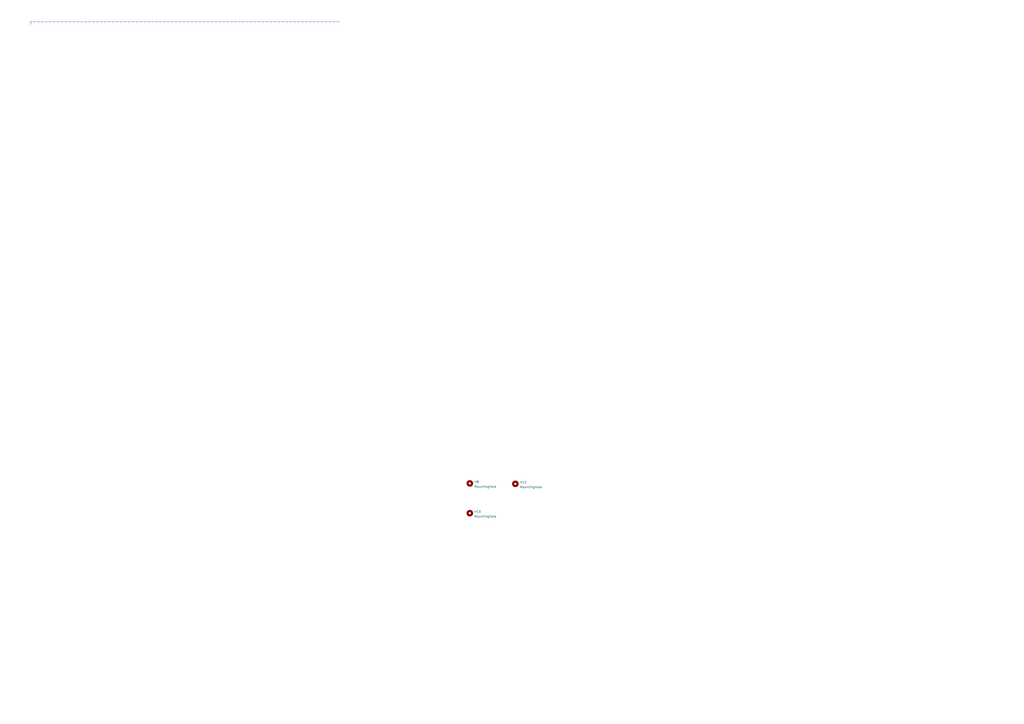
<source format=kicad_sch>
(kicad_sch (version 20211123) (generator eeschema)
  (paper "A2")
  (title_block (title "Main Board") (rev "4.0") (company "Delta Electronics SRL"))
  (lib_symbols
    (symbol "Mechanical:MountingHole" (pin_names (offset 1.016))
      (property "Reference" "H" (at 0 5.08 0))
      (property "Value" "MountingHole" (at 0 3.175 0))
      (symbol "MountingHole_0_1"
        (circle (center 0 0) (radius 1.27) (stroke (width 1.27)))
      )
    )
  )
  (polyline (pts (xy 196.85 12.7) (xy 17.78 12.7)))
  (polyline (pts (xy 17.78 12.7) (xy 17.78 14.224)))
  (symbol (lib_id "Mechanical:MountingHole") (at 298.958 280.67 0) (unit 1)
    (property "Reference" "H12" (at 301.498 279.7615 0) (effects (justify left)))
    (property "Value" "MountingHole" (at 301.498 282.5366 0) (effects (justify left)))
    (property "Footprint" "MountingHole:MountingHole_3.2mm_M3" (effects hide))
  )
  (symbol (lib_id "Mechanical:MountingHole") (at 272.542 297.688 0) (unit 1)
    (property "Reference" "H10" (at 275.082 296.7795 0) (effects (justify left)))
    (property "Value" "MountingHole" (at 275.082 299.5546 0) (effects (justify left)))
    (property "Footprint" "MountingHole:MountingHole_3.2mm_M3" (effects hide))
  )
  (symbol (lib_id "Mechanical:MountingHole") (at 272.542 280.416 0) (unit 1)
    (property "Reference" "H8" (at 275.082 279.5075 0) (effects (justify left)))
    (property "Value" "MountingHole" (at 275.082 282.2826 0) (effects (justify left)))
    (property "Footprint" "MountingHole:MountingHole_3.2mm_M3" (effects hide))
  )
)
</source>
